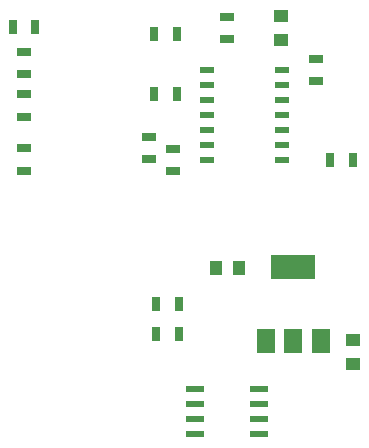
<source format=gtp>
G04 #@! TF.FileFunction,Paste,Top*
%FSLAX46Y46*%
G04 Gerber Fmt 4.6, Leading zero omitted, Abs format (unit mm)*
G04 Created by KiCad (PCBNEW 4.0.7) date Sun Nov  5 18:25:08 2017*
%MOMM*%
%LPD*%
G01*
G04 APERTURE LIST*
%ADD10C,0.100000*%
%ADD11R,1.550000X0.600000*%
%ADD12R,1.300000X0.700000*%
%ADD13R,1.000000X1.250000*%
%ADD14R,1.250000X1.000000*%
%ADD15R,0.700000X1.300000*%
%ADD16R,1.143000X0.508000*%
%ADD17R,3.800000X2.000000*%
%ADD18R,1.500000X2.000000*%
G04 APERTURE END LIST*
D10*
D11*
X27400000Y-45705000D03*
X27400000Y-44435000D03*
X27400000Y-43165000D03*
X27400000Y-41895000D03*
X22000000Y-41895000D03*
X22000000Y-43165000D03*
X22000000Y-44435000D03*
X22000000Y-45705000D03*
D12*
X7500000Y-15250000D03*
X7500000Y-13350000D03*
D13*
X25704000Y-31692000D03*
X23704000Y-31692000D03*
D14*
X29276000Y-12372000D03*
X29276000Y-10372000D03*
X35372000Y-39804000D03*
X35372000Y-37804000D03*
D12*
X20132000Y-21598000D03*
X20132000Y-23498000D03*
X7500000Y-18850000D03*
X7500000Y-16950000D03*
D15*
X8450000Y-11300000D03*
X6550000Y-11300000D03*
D12*
X24704000Y-10422000D03*
X24704000Y-12322000D03*
X32200000Y-13978000D03*
X32200000Y-15878000D03*
X7500000Y-23450000D03*
X7500000Y-21550000D03*
D15*
X33406000Y-22548000D03*
X35306000Y-22548000D03*
X18674000Y-37280000D03*
X20574000Y-37280000D03*
X18501000Y-11873000D03*
X20401000Y-11873000D03*
X20401000Y-16960000D03*
X18501000Y-16960000D03*
D12*
X18100000Y-22482000D03*
X18100000Y-20582000D03*
D15*
X20574000Y-34740000D03*
X18674000Y-34740000D03*
D16*
X22949000Y-14863000D03*
X22949000Y-16133000D03*
X22949000Y-17403000D03*
X22949000Y-18673000D03*
X22949000Y-19943000D03*
X22949000Y-21213000D03*
X22949000Y-22483000D03*
X29299000Y-22483000D03*
X29299000Y-21213000D03*
X29299000Y-18673000D03*
X29299000Y-17403000D03*
X29299000Y-16133000D03*
X29299000Y-14863000D03*
X29299000Y-19943000D03*
D17*
X30292000Y-31590000D03*
D18*
X30292000Y-37890000D03*
X32592000Y-37890000D03*
X27992000Y-37890000D03*
M02*

</source>
